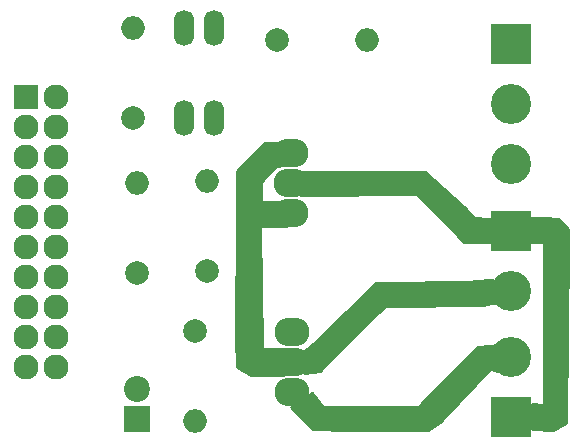
<source format=gbr>
G04 #@! TF.GenerationSoftware,KiCad,Pcbnew,(2017-11-24 revision a01d81e4b)-makepkg*
G04 #@! TF.CreationDate,2017-12-25T08:13:52+07:00*
G04 #@! TF.ProjectId,Motor DC power,4D6F746F7220444320706F7765722E6B,rev?*
G04 #@! TF.SameCoordinates,Original*
G04 #@! TF.FileFunction,Soldermask,Bot*
G04 #@! TF.FilePolarity,Negative*
%FSLAX46Y46*%
G04 Gerber Fmt 4.6, Leading zero omitted, Abs format (unit mm)*
G04 Created by KiCad (PCBNEW (2017-11-24 revision a01d81e4b)-makepkg) date 12/25/17 08:13:52*
%MOMM*%
%LPD*%
G01*
G04 APERTURE LIST*
%ADD10R,2.200000X2.200000*%
%ADD11C,2.200000*%
%ADD12C,2.000000*%
%ADD13O,2.000000X2.000000*%
%ADD14O,2.940000X2.432000*%
%ADD15R,2.127200X2.127200*%
%ADD16O,2.127200X2.127200*%
%ADD17R,3.400000X3.400000*%
%ADD18C,3.400000*%
%ADD19O,1.720800X3.041600*%
%ADD20C,0.254000*%
G04 APERTURE END LIST*
D10*
X112050000Y-121925000D03*
D11*
X112050000Y-119385000D03*
D12*
X117000000Y-114500000D03*
D13*
X117000000Y-122120000D03*
D14*
X125100000Y-101960000D03*
X125100000Y-104500000D03*
X125100000Y-99420000D03*
D15*
X102700000Y-94665000D03*
D16*
X105240000Y-94665000D03*
X102700000Y-97205000D03*
X105240000Y-97205000D03*
X102700000Y-99745000D03*
X105240000Y-99745000D03*
X102700000Y-102285000D03*
X105240000Y-102285000D03*
X102700000Y-104825000D03*
X105240000Y-104825000D03*
X102700000Y-107365000D03*
X105240000Y-107365000D03*
X102700000Y-109905000D03*
X105240000Y-109905000D03*
X102700000Y-112445000D03*
X105240000Y-112445000D03*
X102700000Y-114985000D03*
X105240000Y-114985000D03*
X102700000Y-117525000D03*
X105240000Y-117525000D03*
D17*
X143700000Y-90190000D03*
D18*
X143700000Y-95270000D03*
X143700000Y-100350000D03*
D17*
X143700000Y-106020000D03*
D18*
X143700000Y-111100000D03*
D17*
X143700000Y-121780000D03*
D18*
X143700000Y-116700000D03*
D14*
X125200000Y-117100000D03*
X125200000Y-119640000D03*
X125200000Y-114560000D03*
D12*
X111750000Y-96450000D03*
D13*
X111750000Y-88830000D03*
D12*
X123900000Y-89875000D03*
D13*
X131520000Y-89875000D03*
D12*
X112100000Y-109570000D03*
D13*
X112100000Y-101950000D03*
D12*
X118025000Y-109425000D03*
D13*
X118025000Y-101805000D03*
D19*
X116005000Y-96460000D03*
X118545000Y-96460000D03*
X118545000Y-88840000D03*
X116005000Y-88840000D03*
D20*
G36*
X124537165Y-100392366D02*
X123884248Y-100473981D01*
X123836460Y-100490038D01*
X123806680Y-100513858D01*
X122606680Y-101813858D01*
X122580518Y-101856952D01*
X122573000Y-101900000D01*
X122573000Y-103400000D01*
X122583006Y-103449410D01*
X122611447Y-103491035D01*
X122653841Y-103518315D01*
X122700000Y-103527000D01*
X124678402Y-103527000D01*
X124767358Y-105573000D01*
X122600000Y-105573000D01*
X122550590Y-105583006D01*
X122508965Y-105611447D01*
X122481685Y-105653841D01*
X122473024Y-105702490D01*
X122673024Y-115902490D01*
X122683997Y-115951694D01*
X122713248Y-115992753D01*
X122756169Y-116019197D01*
X122800000Y-116027000D01*
X124473000Y-116027000D01*
X124473000Y-118173000D01*
X121732020Y-118173000D01*
X120524003Y-117522530D01*
X120427024Y-115098051D01*
X120526994Y-104601209D01*
X120527000Y-104600000D01*
X120527000Y-100951094D01*
X122854130Y-98527000D01*
X124004203Y-98527000D01*
X124537165Y-100392366D01*
X124537165Y-100392366D01*
G37*
X124537165Y-100392366D02*
X123884248Y-100473981D01*
X123836460Y-100490038D01*
X123806680Y-100513858D01*
X122606680Y-101813858D01*
X122580518Y-101856952D01*
X122573000Y-101900000D01*
X122573000Y-103400000D01*
X122583006Y-103449410D01*
X122611447Y-103491035D01*
X122653841Y-103518315D01*
X122700000Y-103527000D01*
X124678402Y-103527000D01*
X124767358Y-105573000D01*
X122600000Y-105573000D01*
X122550590Y-105583006D01*
X122508965Y-105611447D01*
X122481685Y-105653841D01*
X122473024Y-105702490D01*
X122673024Y-115902490D01*
X122683997Y-115951694D01*
X122713248Y-115992753D01*
X122756169Y-116019197D01*
X122800000Y-116027000D01*
X124473000Y-116027000D01*
X124473000Y-118173000D01*
X121732020Y-118173000D01*
X120524003Y-117522530D01*
X120427024Y-115098051D01*
X120526994Y-104601209D01*
X120527000Y-104600000D01*
X120527000Y-100951094D01*
X122854130Y-98527000D01*
X124004203Y-98527000D01*
X124537165Y-100392366D01*
G36*
X139812257Y-104091863D02*
X140610197Y-104889803D01*
X140652211Y-104917666D01*
X140688502Y-104926478D01*
X141788502Y-105026478D01*
X141802645Y-105026972D01*
X146596037Y-104927110D01*
X147743092Y-105022698D01*
X148573000Y-105852606D01*
X148573000Y-107099165D01*
X148373956Y-122226497D01*
X147268782Y-122871182D01*
X145527000Y-122779509D01*
X145527000Y-120640334D01*
X146387363Y-120726370D01*
X146437524Y-120721330D01*
X146481771Y-120697172D01*
X146513134Y-120657703D01*
X146527000Y-120600000D01*
X146527000Y-107100000D01*
X146516994Y-107050590D01*
X146488553Y-107008965D01*
X146446159Y-106981685D01*
X146400000Y-106973000D01*
X139753525Y-106973000D01*
X135790904Y-102911313D01*
X135749238Y-102882933D01*
X135698730Y-102873006D01*
X125827000Y-102971723D01*
X125827000Y-101027000D01*
X136450794Y-101027000D01*
X139812257Y-104091863D01*
X139812257Y-104091863D01*
G37*
X139812257Y-104091863D02*
X140610197Y-104889803D01*
X140652211Y-104917666D01*
X140688502Y-104926478D01*
X141788502Y-105026478D01*
X141802645Y-105026972D01*
X146596037Y-104927110D01*
X147743092Y-105022698D01*
X148573000Y-105852606D01*
X148573000Y-107099165D01*
X148373956Y-122226497D01*
X147268782Y-122871182D01*
X145527000Y-122779509D01*
X145527000Y-120640334D01*
X146387363Y-120726370D01*
X146437524Y-120721330D01*
X146481771Y-120697172D01*
X146513134Y-120657703D01*
X146527000Y-120600000D01*
X146527000Y-107100000D01*
X146516994Y-107050590D01*
X146488553Y-107008965D01*
X146446159Y-106981685D01*
X146400000Y-106973000D01*
X139753525Y-106973000D01*
X135790904Y-102911313D01*
X135749238Y-102882933D01*
X135698730Y-102873006D01*
X125827000Y-102971723D01*
X125827000Y-101027000D01*
X136450794Y-101027000D01*
X139812257Y-104091863D01*
G36*
X142547828Y-112073000D02*
X142100000Y-112073000D01*
X142059839Y-112079517D01*
X141478655Y-112273245D01*
X133098488Y-112373009D01*
X133049201Y-112383602D01*
X133011286Y-112409122D01*
X128811286Y-116509122D01*
X128806935Y-116513583D01*
X127537985Y-117880145D01*
X126227000Y-118054943D01*
X126227000Y-116161039D01*
X126679336Y-115799170D01*
X126688155Y-115791420D01*
X132251903Y-110426377D01*
X140401549Y-110326991D01*
X140456796Y-110313592D01*
X140633479Y-110225250D01*
X142195170Y-110133386D01*
X142547828Y-112073000D01*
X142547828Y-112073000D01*
G37*
X142547828Y-112073000D02*
X142100000Y-112073000D01*
X142059839Y-112079517D01*
X141478655Y-112273245D01*
X133098488Y-112373009D01*
X133049201Y-112383602D01*
X133011286Y-112409122D01*
X128811286Y-116509122D01*
X128806935Y-116513583D01*
X127537985Y-117880145D01*
X126227000Y-118054943D01*
X126227000Y-116161039D01*
X126679336Y-115799170D01*
X126688155Y-115791420D01*
X132251903Y-110426377D01*
X140401549Y-110326991D01*
X140456796Y-110313592D01*
X140633479Y-110225250D01*
X142195170Y-110133386D01*
X142547828Y-112073000D01*
G36*
X142579558Y-117833505D02*
X142034890Y-117677886D01*
X141984632Y-117673933D01*
X141936796Y-117689845D01*
X141907156Y-117713346D01*
X137718183Y-122201531D01*
X136663018Y-122873000D01*
X130002049Y-122873000D01*
X126954291Y-122774685D01*
X125100653Y-120921047D01*
X126874644Y-119767953D01*
X127802436Y-120881303D01*
X127841754Y-120912856D01*
X127900000Y-120927000D01*
X135900000Y-120927000D01*
X135949410Y-120916994D01*
X135991035Y-120888553D01*
X136013592Y-120856796D01*
X136104374Y-120675232D01*
X140958011Y-115821595D01*
X142667231Y-115641677D01*
X142579558Y-117833505D01*
X142579558Y-117833505D01*
G37*
X142579558Y-117833505D02*
X142034890Y-117677886D01*
X141984632Y-117673933D01*
X141936796Y-117689845D01*
X141907156Y-117713346D01*
X137718183Y-122201531D01*
X136663018Y-122873000D01*
X130002049Y-122873000D01*
X126954291Y-122774685D01*
X125100653Y-120921047D01*
X126874644Y-119767953D01*
X127802436Y-120881303D01*
X127841754Y-120912856D01*
X127900000Y-120927000D01*
X135900000Y-120927000D01*
X135949410Y-120916994D01*
X135991035Y-120888553D01*
X136013592Y-120856796D01*
X136104374Y-120675232D01*
X140958011Y-115821595D01*
X142667231Y-115641677D01*
X142579558Y-117833505D01*
M02*

</source>
